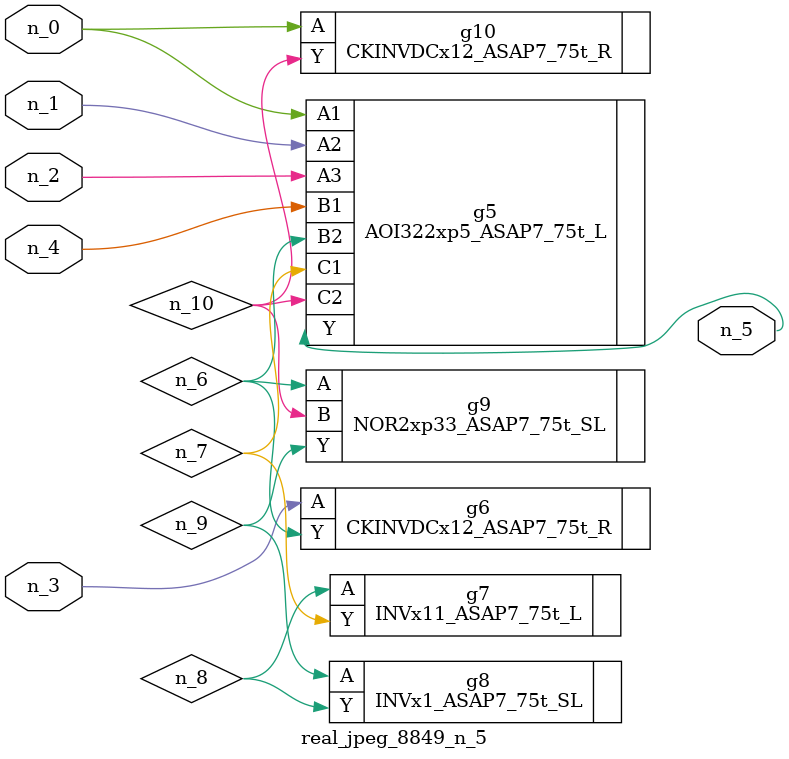
<source format=v>
module real_jpeg_8849_n_5 (n_4, n_0, n_1, n_2, n_3, n_5);

input n_4;
input n_0;
input n_1;
input n_2;
input n_3;

output n_5;

wire n_8;
wire n_6;
wire n_7;
wire n_10;
wire n_9;

AOI322xp5_ASAP7_75t_L g5 ( 
.A1(n_0),
.A2(n_1),
.A3(n_2),
.B1(n_4),
.B2(n_6),
.C1(n_7),
.C2(n_10),
.Y(n_5)
);

CKINVDCx12_ASAP7_75t_R g10 ( 
.A(n_0),
.Y(n_10)
);

CKINVDCx12_ASAP7_75t_R g6 ( 
.A(n_3),
.Y(n_6)
);

NOR2xp33_ASAP7_75t_SL g9 ( 
.A(n_6),
.B(n_10),
.Y(n_9)
);

INVx11_ASAP7_75t_L g7 ( 
.A(n_8),
.Y(n_7)
);

INVx1_ASAP7_75t_SL g8 ( 
.A(n_9),
.Y(n_8)
);


endmodule
</source>
